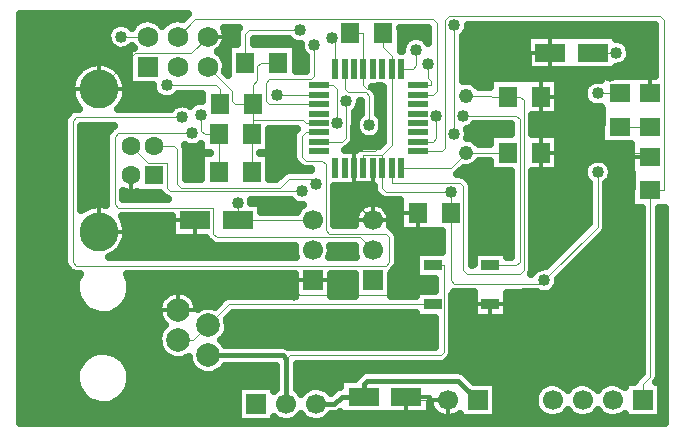
<source format=gbr>
G04 DipTrace 2.4.0.2*
%INTop.gbr*%
%MOIN*%
%ADD14C,0.0039*%
%ADD15C,0.0157*%
%ADD16C,0.025*%
%ADD17C,0.013*%
%ADD20R,0.0669X0.0669*%
%ADD21C,0.0669*%
%ADD22R,0.063X0.0709*%
%ADD23R,0.0709X0.063*%
%ADD24R,0.1024X0.063*%
%ADD26R,0.0689X0.0689*%
%ADD27C,0.0689*%
%ADD29C,0.0787*%
%ADD31R,0.0197X0.0669*%
%ADD32R,0.0669X0.0197*%
%ADD33R,0.0591X0.0354*%
%ADD34R,0.063X0.063*%
%ADD35C,0.063*%
%ADD36C,0.1299*%
%ADD37C,0.048*%
%ADD38C,0.04*%
%FSLAX44Y44*%
G04*
G70*
G90*
G75*
G01*
%LNTop*%
%LPD*%
X17781Y16140D2*
D14*
Y15692D1*
X17879Y15594D1*
Y15446D1*
X17446D1*
X16293Y17190D2*
Y16718D1*
X16580Y16430D1*
Y15997D1*
X23440Y12539D2*
Y10715D1*
X21665Y8940D1*
X13940Y10940D2*
X11440D1*
X24064Y16524D2*
X23274D1*
X7562Y17065D2*
X8440D1*
X9083Y15435D2*
X10720D1*
X10838Y15317D1*
Y14815D1*
X23440Y15168D2*
X24190D1*
X16580Y15997D2*
Y13438D1*
X16265Y13123D1*
X15635D1*
Y12690D1*
X16265D2*
Y13123D1*
X18543Y11893D2*
X16383D1*
X16265Y12011D1*
Y12690D1*
X18543Y11190D2*
Y11893D1*
X21665Y8940D2*
X21547Y8822D1*
X18661D1*
X18543Y8940D1*
Y11190D1*
X21665Y8940D2*
D3*
X11440Y10940D2*
Y11534D1*
X17393Y16611D2*
Y16115D1*
X17275Y15997D1*
X16895D1*
X9440Y17065D2*
X10018Y17643D1*
X17961D1*
X18079Y17525D1*
Y15249D1*
X17961Y15131D1*
X17446D1*
X11918Y12565D2*
Y13815D1*
X12793Y16190D2*
X12222D1*
X12104Y16072D1*
Y15607D1*
X11940Y15443D1*
Y14815D1*
X11918Y13815D2*
X11940Y13849D1*
Y14268D1*
X13624D1*
X13706Y14186D1*
X14139D1*
X11940Y14815D2*
Y14268D1*
Y14815D2*
X11369D1*
X11251Y14933D1*
Y15254D1*
X10440Y16065D1*
X25190Y15168D2*
Y15643D1*
X25072Y15761D1*
X23854D1*
X13327Y8439D2*
X17322D1*
X17440Y8557D1*
Y11190D1*
X6814Y15302D2*
X8020Y16508D1*
X9883D1*
X10440Y17065D1*
X6814Y10562D2*
X8632D1*
X9010Y10940D1*
X10023D1*
X15940D2*
X15320Y11560D1*
Y12257D1*
X15950D1*
Y12690D1*
X18440Y4940D2*
D3*
X20389Y7486D2*
X19987D1*
X19869Y7604D1*
Y8141D1*
X25179Y13043D2*
X24025D1*
X23907Y12924D1*
Y7604D1*
X23789Y7486D1*
X20389D1*
X25190Y13043D2*
X25031Y13190D1*
X21543D2*
X25031D1*
X21543Y15065D2*
Y13190D1*
X21856Y16524D2*
X21208D1*
Y15853D1*
X21543Y15518D1*
Y15065D1*
X23854Y15761D2*
X21975D1*
X21856Y15879D1*
Y16524D1*
X15320Y12257D2*
Y12690D1*
X17440Y11190D2*
X16734D1*
X16484Y10940D1*
X15940D1*
X15635Y15997D2*
Y17190D1*
X15190D1*
X15320Y12690D2*
Y13123D1*
X15438Y13241D1*
X16015D1*
X16134Y13359D1*
Y15215D1*
X16015Y15333D1*
X15753D1*
X15635Y15451D1*
Y15997D1*
X17065Y5065D2*
D3*
X18440Y4940D2*
X18420Y4960D1*
X17065D1*
Y5065D1*
X19065Y15090D2*
X19885D1*
X19910Y15065D1*
X20440D1*
X20854D1*
X20972Y14947D1*
Y9283D1*
X20854Y9165D1*
X19074D1*
X18956Y9283D1*
Y12073D1*
X18838Y12191D1*
X16580D1*
Y12690D1*
X10221Y14448D2*
Y13933D1*
X10340Y13815D1*
X10815D1*
Y12565D1*
X9585Y14374D2*
X6066D1*
X5948Y14256D1*
Y9546D1*
X6066Y9428D1*
X16373D1*
X16491Y9546D1*
Y10373D1*
X16373Y10491D1*
X14491D1*
X14373Y10609D1*
Y12808D1*
X14255Y12926D1*
X13706D1*
X13588Y13044D1*
Y13753D1*
X13706Y13871D1*
X14139D1*
X13573Y11908D2*
X9200D1*
X9082Y12026D1*
Y12854D1*
X8452D1*
X7881Y13424D1*
X14052Y12157D2*
X13885Y12324D1*
X13147D1*
X12849Y12026D1*
X9543D1*
X9425Y12144D1*
Y13306D1*
X9307Y13424D1*
X8669D1*
X14752Y14170D2*
Y15328D1*
X14634Y15446D1*
X14139D1*
X15051Y14917D2*
Y13674D1*
X14933Y13556D1*
X14139D1*
X20440Y13190D2*
X19065D1*
X18565Y12690D1*
X16895D1*
X13521Y17270D2*
X11808D1*
X11690Y17152D1*
Y16190D1*
X18656Y13827D2*
Y17444D1*
X15835Y14106D2*
Y15097D1*
X15717Y15215D1*
X15123D1*
X15005Y15333D1*
Y15997D1*
X14596Y17027D2*
X14690Y16933D1*
Y15997D1*
X24940Y4940D2*
Y5484D1*
X25190Y5734D1*
Y11940D1*
X25643D1*
Y17624D1*
X25525Y17742D1*
X18476D1*
X18358Y17624D1*
Y13359D1*
X18240Y13241D1*
X17446D1*
X12770Y15131D2*
X14139D1*
X9923Y13838D2*
X7468D1*
X7350Y13720D1*
Y11472D1*
X7468Y11354D1*
X10633D1*
Y10491D1*
X10751Y10373D1*
X15507D1*
X15940Y9940D1*
X18059Y14424D2*
Y13674D1*
X17941Y13556D1*
X17446D1*
X18955Y14424D2*
X20735D1*
X20854Y14306D1*
Y9558D1*
X20735Y9440D1*
X19869D1*
X9460Y6940D2*
X9960D1*
X10460Y7440D1*
X11161Y8141D1*
X17940D1*
X14000Y16791D2*
Y15761D1*
X13882Y15643D1*
X12497D1*
X12379Y15525D1*
Y14934D1*
X12497Y14816D1*
X14139D1*
X14065Y4815D2*
D15*
X14669D1*
X14919Y5065D1*
X15648D1*
Y5479D1*
X15766Y5597D1*
X18784D1*
X19440Y4940D1*
X13065Y4815D2*
Y6322D1*
D14*
X13183Y6440D1*
X18216D1*
X18315Y6540D1*
Y9440D1*
X17940D1*
X13065Y6322D2*
D15*
X12947Y6440D1*
X10460D1*
X24190Y14065D2*
D14*
X24643D1*
X25190D1*
D38*
X17781Y16140D3*
X11440Y11534D3*
X24064Y16524D3*
X21665Y8940D3*
X7562Y17065D3*
X9083Y15435D3*
X23440Y15168D3*
X18543Y11893D3*
X23440Y12539D3*
X17393Y16611D3*
X13327Y8439D3*
X23854Y15761D3*
X20389Y7486D3*
X10221Y14448D3*
X9585Y14374D3*
X13573Y11908D3*
X14052Y12157D3*
X14752Y14170D3*
X15051Y14917D3*
X13521Y17270D3*
X18656Y17444D3*
Y13827D3*
X15835Y14106D3*
X14596Y17027D3*
X12770Y15131D3*
X9923Y13838D3*
X14000Y16791D3*
X18059Y14424D3*
X18955D3*
X4215Y17566D2*
D16*
X8069D1*
X8811D2*
X9069D1*
X4215Y17318D2*
X7148D1*
X11018D2*
X11433D1*
X16897D2*
X17769D1*
X19127D2*
X25335D1*
X4215Y17069D2*
X7073D1*
X11073D2*
X11382D1*
X16897D2*
X17292D1*
X17493D2*
X17769D1*
X18967D2*
X21054D1*
X24076D2*
X25335D1*
X4215Y16820D2*
X7144D1*
X11022D2*
X11382D1*
X11998D2*
X13378D1*
X18967D2*
X21054D1*
X24448D2*
X25335D1*
X4215Y16572D2*
X7808D1*
X10823D2*
X11085D1*
X13397D2*
X13566D1*
X18967D2*
X21054D1*
X24553D2*
X25335D1*
X4215Y16323D2*
X7808D1*
X13397D2*
X13691D1*
X18967D2*
X21054D1*
X24510D2*
X25335D1*
X4215Y16074D2*
X6300D1*
X7330D2*
X7808D1*
X13397D2*
X13691D1*
X18967D2*
X21054D1*
X24209D2*
X25335D1*
X4215Y15826D2*
X6038D1*
X7588D2*
X7808D1*
X18967D2*
X25335D1*
X4215Y15577D2*
X5917D1*
X7713D2*
X7808D1*
X19225D2*
X19835D1*
X22147D2*
X23194D1*
X4215Y15328D2*
X5874D1*
X7752D2*
X8605D1*
X16030D2*
X16269D1*
X22147D2*
X22980D1*
X4215Y15080D2*
X5901D1*
X7725D2*
X8757D1*
X9409D2*
X10234D1*
X16143D2*
X16269D1*
X22147D2*
X22960D1*
X4215Y14831D2*
X6007D1*
X7623D2*
X9476D1*
X9694D2*
X9933D1*
X16143D2*
X16269D1*
X22147D2*
X23093D1*
X4215Y14582D2*
X5847D1*
X15397D2*
X15525D1*
X16143D2*
X16269D1*
X22147D2*
X23546D1*
X4215Y14334D2*
X5648D1*
X21280D2*
X23546D1*
X4215Y14085D2*
X5640D1*
X6256D2*
X7300D1*
X19299D2*
X20546D1*
X21280D2*
X23546D1*
X4215Y13836D2*
X5640D1*
X6256D2*
X7066D1*
X12522D2*
X13292D1*
X19147D2*
X20546D1*
X21280D2*
X23546D1*
X4215Y13587D2*
X5640D1*
X6256D2*
X7038D1*
X12522D2*
X13276D1*
X15346D2*
X16269D1*
X19401D2*
X19835D1*
X22147D2*
X23546D1*
X4215Y13339D2*
X5640D1*
X6256D2*
X7038D1*
X9733D2*
X10210D1*
X12522D2*
X13276D1*
X15143D2*
X15425D1*
X22147D2*
X24546D1*
X4215Y13090D2*
X5640D1*
X6256D2*
X7038D1*
X9733D2*
X10210D1*
X12522D2*
X13276D1*
X22147D2*
X24546D1*
X4215Y12841D2*
X5640D1*
X6256D2*
X7038D1*
X9733D2*
X10210D1*
X12522D2*
X13362D1*
X19455D2*
X19835D1*
X22147D2*
X23062D1*
X23819D2*
X24546D1*
X4215Y12593D2*
X5640D1*
X6256D2*
X7038D1*
X9733D2*
X10210D1*
X12522D2*
X13026D1*
X18897D2*
X19835D1*
X22147D2*
X22952D1*
X23928D2*
X24546D1*
X4215Y12344D2*
X5640D1*
X6256D2*
X7038D1*
X9733D2*
X10210D1*
X12522D2*
X12741D1*
X19112D2*
X20546D1*
X21280D2*
X22991D1*
X23889D2*
X24546D1*
X4215Y12095D2*
X5640D1*
X6256D2*
X7038D1*
X19264D2*
X20546D1*
X21280D2*
X23132D1*
X23748D2*
X24546D1*
X4215Y11847D2*
X5640D1*
X6256D2*
X7038D1*
X7659D2*
X8835D1*
X14682D2*
X16007D1*
X19264D2*
X20546D1*
X21280D2*
X23132D1*
X23748D2*
X24546D1*
X4215Y11598D2*
X5640D1*
X6256D2*
X7038D1*
X11924D2*
X13202D1*
X14682D2*
X16835D1*
X19264D2*
X20546D1*
X21280D2*
X23132D1*
X23748D2*
X24546D1*
X4215Y11349D2*
X5640D1*
X12241D2*
X13476D1*
X14682D2*
X15476D1*
X16405D2*
X16835D1*
X19264D2*
X20546D1*
X21280D2*
X23132D1*
X23748D2*
X24882D1*
X25498D2*
X25667D1*
X4215Y11101D2*
X5640D1*
X14682D2*
X15339D1*
X16541D2*
X16835D1*
X19264D2*
X20546D1*
X21280D2*
X23132D1*
X23748D2*
X24882D1*
X25498D2*
X25667D1*
X4215Y10852D2*
X5640D1*
X7705D2*
X9222D1*
X14682D2*
X15323D1*
X16557D2*
X16835D1*
X19264D2*
X20546D1*
X21280D2*
X23132D1*
X23748D2*
X24882D1*
X25498D2*
X25667D1*
X4215Y10603D2*
X5640D1*
X7752D2*
X9222D1*
X16690D2*
X16835D1*
X19264D2*
X20546D1*
X21280D2*
X22901D1*
X23725D2*
X24882D1*
X25498D2*
X25667D1*
X4215Y10355D2*
X5640D1*
X7729D2*
X10359D1*
X16799D2*
X18234D1*
X19264D2*
X20546D1*
X21280D2*
X22651D1*
X23506D2*
X24882D1*
X25498D2*
X25667D1*
X4215Y10106D2*
X5640D1*
X7631D2*
X10628D1*
X16799D2*
X18234D1*
X19264D2*
X20546D1*
X21280D2*
X22405D1*
X23260D2*
X24882D1*
X25498D2*
X25667D1*
X4215Y9857D2*
X5640D1*
X7420D2*
X13323D1*
X14557D2*
X15323D1*
X16799D2*
X17355D1*
X20455D2*
X20546D1*
X21280D2*
X22155D1*
X23010D2*
X24882D1*
X25498D2*
X25667D1*
X4215Y9608D2*
X5640D1*
X16799D2*
X17355D1*
X21280D2*
X21905D1*
X22760D2*
X24882D1*
X25498D2*
X25667D1*
X4215Y9360D2*
X5710D1*
X16733D2*
X17355D1*
X21280D2*
X21441D1*
X22514D2*
X24882D1*
X25498D2*
X25667D1*
X4215Y9111D2*
X6136D1*
X7787D2*
X13316D1*
X14565D2*
X15316D1*
X16565D2*
X17355D1*
X22264D2*
X24882D1*
X25498D2*
X25667D1*
X4215Y8862D2*
X6046D1*
X7873D2*
X13316D1*
X14565D2*
X15316D1*
X16565D2*
X18007D1*
X22147D2*
X24882D1*
X25498D2*
X25667D1*
X4215Y8614D2*
X6034D1*
X7885D2*
X13316D1*
X14565D2*
X15316D1*
X16565D2*
X18007D1*
X22022D2*
X24882D1*
X25498D2*
X25667D1*
X4215Y8365D2*
X6089D1*
X7830D2*
X8933D1*
X9987D2*
X10960D1*
X18623D2*
X19284D1*
X20455D2*
X24882D1*
X25498D2*
X25667D1*
X4215Y8116D2*
X6237D1*
X7686D2*
X8800D1*
X10119D2*
X10710D1*
X18623D2*
X19284D1*
X20455D2*
X24882D1*
X25498D2*
X25667D1*
X4215Y7868D2*
X6558D1*
X7362D2*
X8780D1*
X18623D2*
X19284D1*
X20455D2*
X24882D1*
X25498D2*
X25667D1*
X4215Y7619D2*
X8859D1*
X11119D2*
X18007D1*
X18623D2*
X24882D1*
X25498D2*
X25667D1*
X4215Y7370D2*
X8937D1*
X11139D2*
X18007D1*
X18623D2*
X24882D1*
X25498D2*
X25667D1*
X4215Y7122D2*
X8800D1*
X11061D2*
X18007D1*
X18623D2*
X24882D1*
X25498D2*
X25667D1*
X4215Y6873D2*
X8780D1*
X10983D2*
X18007D1*
X18623D2*
X24882D1*
X25498D2*
X25667D1*
X4215Y6624D2*
X8859D1*
X18623D2*
X24882D1*
X25498D2*
X25667D1*
X4215Y6376D2*
X6347D1*
X7576D2*
X9097D1*
X18573D2*
X24882D1*
X25498D2*
X25667D1*
X4215Y6127D2*
X6144D1*
X7776D2*
X9855D1*
X13432D2*
X24882D1*
X25498D2*
X25667D1*
X4215Y5878D2*
X6050D1*
X7869D2*
X10093D1*
X10826D2*
X12698D1*
X13432D2*
X15542D1*
X19006D2*
X24882D1*
X25498D2*
X25667D1*
X4215Y5629D2*
X6034D1*
X7889D2*
X12698D1*
X13432D2*
X14847D1*
X19260D2*
X24671D1*
X25479D2*
X25667D1*
X4215Y5381D2*
X6085D1*
X7834D2*
X11441D1*
X13432D2*
X13843D1*
X14287D2*
X14757D1*
X20065D2*
X21507D1*
X22373D2*
X22510D1*
X23373D2*
X23510D1*
X25565D2*
X25667D1*
X4215Y5132D2*
X6222D1*
X7698D2*
X11441D1*
X20065D2*
X21347D1*
X25565D2*
X25667D1*
X4215Y4883D2*
X6526D1*
X7393D2*
X11441D1*
X20065D2*
X21319D1*
X25565D2*
X25667D1*
X4215Y4635D2*
X11441D1*
X20065D2*
X21398D1*
X25565D2*
X25667D1*
X4215Y4386D2*
X11441D1*
X13510D2*
X13624D1*
X14510D2*
X18187D1*
X18694D2*
X18816D1*
X20065D2*
X21687D1*
X22194D2*
X22687D1*
X23194D2*
X23687D1*
X24194D2*
X24316D1*
X25565D2*
X25667D1*
X24466Y5540D2*
X24665D1*
X24667Y5563D1*
X24739Y5686D1*
X24906Y5859D1*
Y11363D1*
X24571Y11360D1*
X24575Y12520D1*
X24571Y12538D1*
Y13489D1*
X24309Y13485D1*
X23571D1*
X23575Y14645D1*
X23571Y14588D1*
Y14724D1*
X23420Y14703D1*
X23298Y14725D1*
X23185Y14779D1*
X23091Y14860D1*
X23022Y14964D1*
X22983Y15082D1*
X22977Y15207D1*
X23004Y15329D1*
X23062Y15439D1*
X23148Y15529D1*
X23255Y15594D1*
X23374Y15628D1*
X23499Y15629D1*
X23571Y15610D1*
Y15747D1*
X24809Y15743D1*
X24921Y15747D1*
X25359D1*
X25358Y17460D1*
X22775Y17458D1*
X19122D1*
X19105Y17320D1*
X19056Y17206D1*
X18978Y17108D1*
X18943Y17083D1*
X18941Y16194D1*
Y15580D1*
X19061Y15595D1*
X19185Y15581D1*
X19301Y15537D1*
X19403Y15465D1*
X19482Y15374D1*
X19861Y15375D1*
X19860Y15684D1*
X21020Y15681D1*
X21038Y15684D1*
X22122D1*
Y14446D1*
X21256D1*
Y13810D1*
X22122Y13809D1*
Y12571D1*
X21256D1*
Y9283D1*
X21227Y9159D1*
X21234Y9174D1*
X21288Y9211D1*
X21373Y9302D1*
X21480Y9366D1*
X21600Y9400D1*
X21729Y9407D1*
X23156Y10840D1*
Y12172D1*
X23091Y12231D1*
X23022Y12335D1*
X22983Y12454D1*
X22977Y12578D1*
X23004Y12700D1*
X23062Y12810D1*
X23148Y12900D1*
X23255Y12965D1*
X23374Y12999D1*
X23499Y13000D1*
X23619Y12968D1*
X23727Y12905D1*
X23814Y12815D1*
X23874Y12706D1*
X23905Y12539D1*
X23888Y12415D1*
X23839Y12300D1*
X23762Y12203D1*
X23727Y12178D1*
X23725Y11289D1*
Y10715D1*
X23695Y10591D1*
X23714Y10637D1*
X23641Y10514D1*
X22125Y8997D1*
X22130Y8940D1*
X22114Y8817D1*
X22065Y8702D1*
X21987Y8605D1*
X21886Y8531D1*
X21770Y8487D1*
X21646Y8476D1*
X21523Y8498D1*
X21422Y8537D1*
X20429Y8533D1*
Y7699D1*
X19309D1*
Y8537D1*
X18660Y8538D1*
X18600Y8440D1*
Y6540D1*
X18570Y6415D1*
X18516Y6338D1*
X18417Y6239D1*
X18341Y6185D1*
X18235Y6156D1*
X13407D1*
X13409Y5303D1*
X13455Y5271D1*
X13541Y5180D1*
X13563Y5143D1*
X13656Y5253D1*
X13756Y5329D1*
X13868Y5382D1*
X13990Y5410D1*
X14115Y5413D1*
X14237Y5389D1*
X14352Y5341D1*
X14455Y5271D1*
X14543Y5177D1*
X14676Y5308D1*
X14783Y5380D1*
X14843Y5400D1*
X14871Y5485D1*
Y5645D1*
X15344D1*
X15484Y5800D1*
X15613Y5904D1*
X15722Y5937D1*
X15891Y5940D1*
X18784D1*
X18906Y5918D1*
X19027Y5840D1*
X19328Y5539D1*
X20040Y5540D1*
Y4341D1*
X18841D1*
Y4493D1*
X18742Y4422D1*
X18629Y4371D1*
X18507Y4344D1*
X18382Y4343D1*
X18260Y4368D1*
X18145Y4418D1*
X18044Y4490D1*
X17959Y4582D1*
X17895Y4690D1*
X17855Y4808D1*
X17842Y4895D1*
Y4485D1*
X14871D1*
Y4536D1*
X14748Y4481D1*
X14556Y4471D1*
X14468Y4371D1*
X14367Y4297D1*
X14254Y4246D1*
X14132Y4219D1*
X14007Y4218D1*
X13885Y4243D1*
X13770Y4293D1*
X13669Y4365D1*
X13566Y4487D1*
X13468Y4371D1*
X13367Y4297D1*
X13254Y4246D1*
X13132Y4219D1*
X13007Y4218D1*
X12885Y4243D1*
X12770Y4293D1*
X12666Y4368D1*
X12665Y4216D1*
X11466D1*
Y5415D1*
X12665D1*
Y5262D1*
X12721Y5315D1*
Y6100D1*
X12322Y6096D1*
X11021D1*
X10938Y5987D1*
X10844Y5905D1*
X10736Y5842D1*
X10618Y5801D1*
X10494Y5782D1*
X10370Y5788D1*
X10248Y5816D1*
X10134Y5868D1*
X10032Y5939D1*
X9945Y6029D1*
X9877Y6133D1*
X9830Y6249D1*
X9805Y6383D1*
X9736Y6342D1*
X9618Y6301D1*
X9494Y6282D1*
X9370Y6288D1*
X9248Y6316D1*
X9134Y6368D1*
X9032Y6439D1*
X8945Y6529D1*
X8877Y6633D1*
X8830Y6749D1*
X8805Y6871D1*
X8804Y6996D1*
X8826Y7119D1*
X8871Y7235D1*
X8937Y7341D1*
X9032Y7439D1*
X8945Y7529D1*
X8877Y7633D1*
X8830Y7749D1*
X8805Y7871D1*
X8804Y7996D1*
X8826Y8119D1*
X8871Y8235D1*
X8937Y8341D1*
X9022Y8432D1*
X9123Y8506D1*
X9236Y8559D1*
X9357Y8591D1*
X9481Y8598D1*
X9605Y8583D1*
X9724Y8544D1*
X9833Y8483D1*
X9928Y8403D1*
X10007Y8306D1*
X10067Y8196D1*
X10104Y8077D1*
X10116Y8001D1*
X10236Y8059D1*
X10357Y8091D1*
X10481Y8098D1*
X10605Y8083D1*
X10675Y8059D1*
X10959Y8342D1*
X11068Y8409D1*
X11023Y8390D1*
X11161Y8426D1*
X13344D1*
X13341Y8566D1*
Y9143D1*
X7744Y9144D1*
X7812Y8993D1*
X7846Y8873D1*
X7865Y8690D1*
X7856Y8565D1*
X7830Y8443D1*
X7788Y8326D1*
X7730Y8215D1*
X7657Y8114D1*
X7571Y8023D1*
X7473Y7945D1*
X7366Y7882D1*
X7251Y7833D1*
X7130Y7801D1*
X7006Y7786D1*
X6881Y7789D1*
X6758Y7808D1*
X6638Y7844D1*
X6525Y7897D1*
X6420Y7964D1*
X6325Y8046D1*
X6242Y8139D1*
X6173Y8243D1*
X6119Y8356D1*
X6081Y8475D1*
X6060Y8598D1*
X6056Y8723D1*
X6069Y8847D1*
X6099Y8968D1*
X6179Y9142D1*
X6066Y9144D1*
X5942Y9173D1*
X5865Y9227D1*
X5747Y9345D1*
X5685Y9437D1*
X5663Y9546D1*
Y14256D1*
X5693Y14380D1*
X5747Y14457D1*
X5865Y14575D1*
X5957Y14637D1*
X6066Y14659D1*
X6164D1*
X6059Y14787D1*
X5985Y14917D1*
X5933Y15057D1*
X5905Y15204D1*
X5901Y15354D1*
X5922Y15503D1*
X5967Y15646D1*
X6034Y15779D1*
X6122Y15900D1*
X6229Y16005D1*
X6352Y16091D1*
X6487Y16156D1*
X6631Y16198D1*
X6780Y16216D1*
X6929Y16210D1*
X7076Y16179D1*
X7215Y16124D1*
X7344Y16048D1*
X7459Y15951D1*
X7556Y15837D1*
X7633Y15709D1*
X7689Y15570D1*
X7721Y15423D1*
X7728Y15277D1*
X7712Y15128D1*
X7672Y14984D1*
X7608Y14848D1*
X7523Y14725D1*
X7463Y14658D1*
X9218Y14659D1*
X9292Y14736D1*
X9399Y14800D1*
X9519Y14834D1*
X9643Y14835D1*
X9764Y14803D1*
X9861Y14746D1*
X9929Y14810D1*
X10036Y14875D1*
X10156Y14908D1*
X10261Y14909D1*
X10258Y15153D1*
X9450Y15150D1*
X9405Y15099D1*
X9304Y15026D1*
X9187Y14982D1*
X9063Y14970D1*
X8941Y14992D1*
X8828Y15046D1*
X8734Y15128D1*
X8665Y15231D1*
X8626Y15350D1*
X8621Y15455D1*
X7831Y15456D1*
Y16675D1*
X7975D1*
X7913Y16764D1*
X7884Y16730D1*
X7783Y16656D1*
X7667Y16612D1*
X7543Y16601D1*
X7420Y16623D1*
X7307Y16676D1*
X7213Y16758D1*
X7144Y16862D1*
X7105Y16980D1*
X7099Y17105D1*
X7126Y17226D1*
X7184Y17336D1*
X7270Y17427D1*
X7377Y17491D1*
X7497Y17525D1*
X7621Y17526D1*
X7742Y17494D1*
X7849Y17431D1*
X7911Y17367D1*
X7997Y17483D1*
X8091Y17565D1*
X8200Y17625D1*
X8319Y17662D1*
X8443Y17675D1*
X8567Y17661D1*
X8686Y17623D1*
X8795Y17561D1*
X8888Y17478D1*
X8937Y17413D1*
X8997Y17483D1*
X9091Y17565D1*
X9200Y17625D1*
X9319Y17662D1*
X9443Y17675D1*
X9567Y17661D1*
X9616Y17646D1*
X9789Y17816D1*
X4190Y17815D1*
Y4190D1*
X25690D1*
X25684Y11360D1*
X25477D1*
X25475Y10315D1*
Y5734D1*
X25445Y5610D1*
X25464Y5656D1*
X25401Y5543D1*
X25540Y5540D1*
Y4341D1*
X24341D1*
Y4493D1*
X24242Y4422D1*
X24129Y4371D1*
X24007Y4344D1*
X23882Y4343D1*
X23760Y4368D1*
X23645Y4418D1*
X23544Y4490D1*
X23441Y4612D1*
X23343Y4496D1*
X23242Y4422D1*
X23129Y4371D1*
X23007Y4344D1*
X22882Y4343D1*
X22760Y4368D1*
X22645Y4418D1*
X22544Y4490D1*
X22441Y4612D1*
X22343Y4496D1*
X22242Y4422D1*
X22129Y4371D1*
X22007Y4344D1*
X21882Y4343D1*
X21760Y4368D1*
X21645Y4418D1*
X21544Y4490D1*
X21459Y4582D1*
X21395Y4690D1*
X21355Y4808D1*
X21341Y4932D1*
X21352Y5056D1*
X21389Y5175D1*
X21449Y5284D1*
X21531Y5378D1*
X21631Y5454D1*
X21743Y5507D1*
X21865Y5535D1*
X21990Y5538D1*
X22112Y5514D1*
X22227Y5466D1*
X22330Y5396D1*
X22416Y5305D1*
X22438Y5268D1*
X22531Y5378D1*
X22631Y5454D1*
X22743Y5507D1*
X22865Y5535D1*
X22990Y5538D1*
X23112Y5514D1*
X23227Y5466D1*
X23330Y5396D1*
X23416Y5305D1*
X23438Y5268D1*
X23531Y5378D1*
X23631Y5454D1*
X23743Y5507D1*
X23865Y5535D1*
X23990Y5538D1*
X24112Y5514D1*
X24227Y5466D1*
X24338Y5387D1*
X24341Y5540D1*
X24466D1*
X19985Y13809D2*
X20567D1*
X20569Y14140D1*
X19325Y14139D1*
X19276Y14088D1*
X19176Y14015D1*
X19092Y13983D1*
X19121Y13827D1*
X19100Y13693D1*
X19185Y13681D1*
X19301Y13637D1*
X19403Y13565D1*
X19482Y13474D1*
X19858Y13475D1*
X19860Y13809D1*
X19985D1*
X20571Y12571D2*
X19860D1*
Y12903D1*
X19483Y12906D1*
X19437Y12849D1*
X19342Y12768D1*
X19230Y12713D1*
X19108Y12687D1*
X18972Y12695D1*
X18763Y12487D1*
X18959Y12449D1*
X19039Y12393D1*
X19157Y12274D1*
X19219Y12183D1*
X19241Y12073D1*
Y9452D1*
X19309Y9498D1*
Y9882D1*
X20429D1*
Y9722D1*
X20569Y9725D1*
Y12570D1*
X16872Y17360D2*
Y16596D1*
X16926Y16597D1*
X16957Y16772D1*
X17016Y16882D1*
X17101Y16972D1*
X17208Y17037D1*
X17328Y17071D1*
X17452Y17072D1*
X17573Y17040D1*
X17680Y16977D1*
X17767Y16887D1*
X17795Y16836D1*
Y17355D1*
X17086Y17358D1*
X16871D1*
X11902Y11520D2*
X12217D1*
Y11227D1*
X13413Y11225D1*
X13449Y11284D1*
X13531Y11378D1*
X13621Y11447D1*
X13554Y11443D1*
X13431Y11465D1*
X13318Y11519D1*
X13209Y11623D1*
X11897D1*
X11904Y11522D1*
X10380Y10360D2*
X9246D1*
Y11069D1*
X7574D1*
X7644Y10946D1*
X7696Y10805D1*
X7724Y10658D1*
X7727Y10512D1*
X7707Y10364D1*
X7663Y10221D1*
X7595Y10087D1*
X7507Y9966D1*
X7401Y9860D1*
X7278Y9774D1*
X7153Y9713D1*
X13383D1*
X13355Y9808D1*
X13341Y9932D1*
X13362Y10089D1*
X10751D1*
X10627Y10118D1*
X10550Y10172D1*
X10430Y10293D1*
X10383Y10357D1*
X11235Y16809D2*
X11406Y16815D1*
Y17152D1*
X11435Y17276D1*
X11496Y17360D1*
X10975Y17357D1*
X11023Y17242D1*
X11047Y17119D1*
X11045Y16990D1*
X11017Y16869D1*
X10965Y16755D1*
X10891Y16655D1*
X10798Y16572D1*
X10788Y16565D1*
X10888Y16478D1*
X10963Y16378D1*
X11016Y16265D1*
X11044Y16144D1*
X11050Y16065D1*
X11037Y15941D1*
X11019Y15885D1*
X11108Y15800D1*
X11110Y16809D1*
X11235D1*
X11974D2*
X12270Y16806D1*
X12213Y16809D1*
X13372D1*
Y15928D1*
X13712D1*
X13715Y16421D1*
X13651Y16484D1*
X13582Y16588D1*
X13543Y16706D1*
X13538Y16803D1*
X13379Y16827D1*
X13266Y16881D1*
X13157Y16985D1*
X11978D1*
X11975Y16812D1*
X10532Y13196D2*
X10235D1*
Y13497D1*
X10144Y13429D1*
X10027Y13385D1*
X9903Y13373D1*
X9781Y13395D1*
X9674Y13444D1*
X9709Y13306D1*
Y12310D1*
X10234Y12311D1*
X10235Y13184D1*
X10531Y13190D1*
Y13194D1*
X12497Y13985D2*
Y13196D1*
X12202Y13190D1*
X12213Y13184D1*
X12497D1*
Y12313D1*
X12734Y12311D1*
X12946Y12526D1*
X13055Y12593D1*
X13009Y12573D1*
X13147Y12609D1*
X13889Y12608D1*
X13880Y12642D1*
X13706D1*
X13582Y12671D1*
X13505Y12725D1*
X13387Y12843D1*
X13325Y12935D1*
X13303Y13044D1*
Y13753D1*
X13333Y13877D1*
X13387Y13954D1*
X13414Y13981D1*
X12495Y13983D1*
X18020Y10571D2*
X16860D1*
Y11609D1*
X16383Y11608D1*
X16259Y11638D1*
X16182Y11692D1*
X16064Y11810D1*
X16002Y11902D1*
X15980Y12011D1*
Y12093D1*
X15613Y12091D1*
X14659D1*
X14658Y10773D1*
X15362Y10776D1*
X15342Y10907D1*
X15348Y11031D1*
X15379Y11152D1*
X15435Y11263D1*
X15513Y11361D1*
X15609Y11440D1*
X15720Y11498D1*
X15840Y11531D1*
X15965Y11539D1*
X16088Y11521D1*
X16205Y11478D1*
X16311Y11411D1*
X16400Y11324D1*
X16470Y11221D1*
X16517Y11105D1*
X16538Y10982D1*
X16535Y10865D1*
X16506Y10743D1*
X16574Y10693D1*
X16693Y10574D1*
X16754Y10483D1*
X16776Y10373D1*
Y9546D1*
X16747Y9422D1*
X16693Y9345D1*
X16572Y9225D1*
X16540Y9165D1*
Y8426D1*
X17383D1*
X17380Y8583D1*
X18032D1*
X18031Y8997D1*
X17380Y8998D1*
Y9882D1*
X18259D1*
X18258Y10569D1*
X17963Y10571D1*
Y10575D1*
X21105Y17104D2*
X24051D1*
Y16990D1*
X24123Y16985D1*
X24244Y16953D1*
X24351Y16890D1*
X24438Y16800D1*
X24498Y16691D1*
X24529Y16524D1*
X24513Y16400D1*
X24464Y16286D1*
X24386Y16188D1*
X24285Y16115D1*
X24169Y16071D1*
X24049Y16060D1*
X24051Y15944D1*
X22497Y15948D1*
X22508Y15944D1*
X21080D1*
Y17104D1*
X21105D1*
X14540Y9144D2*
Y8425D1*
X15344Y8426D1*
X15341Y8841D1*
Y9141D1*
X14541Y9144D1*
X14527Y9816D2*
X14494Y9716D1*
X15383Y9713D1*
X15355Y9808D1*
X15341Y9932D1*
X15362Y10089D1*
X14519D1*
X14540Y9940D1*
X14527Y9816D1*
X11107Y7316D2*
X11072Y7196D1*
X11015Y7085D1*
X10938Y6987D1*
X10888Y6943D1*
X11007Y6806D1*
X11020Y6782D1*
X12947Y6784D1*
X13073Y6759D1*
X13027Y6774D1*
X13131Y6730D1*
X13308Y6725D1*
X18031D1*
Y7700D1*
X17380Y7699D1*
Y7859D1*
X16190Y7856D1*
X11273Y7851D1*
X11083Y7661D1*
X11104Y7577D1*
X11118Y7440D1*
X11107Y7316D1*
X7856Y5565D2*
X7830Y5443D1*
X7788Y5326D1*
X7730Y5215D1*
X7657Y5114D1*
X7571Y5023D1*
X7473Y4945D1*
X7366Y4882D1*
X7251Y4833D1*
X7130Y4801D1*
X7006Y4786D1*
X6881Y4789D1*
X6758Y4808D1*
X6638Y4844D1*
X6525Y4897D1*
X6420Y4964D1*
X6325Y5046D1*
X6242Y5139D1*
X6173Y5243D1*
X6119Y5356D1*
X6081Y5475D1*
X6060Y5598D1*
X6056Y5723D1*
X6069Y5847D1*
X6099Y5968D1*
X6146Y6084D1*
X6208Y6193D1*
X6284Y6291D1*
X6373Y6379D1*
X6474Y6453D1*
X6584Y6513D1*
X6700Y6557D1*
X6822Y6584D1*
X6947Y6595D1*
X7071Y6588D1*
X7194Y6564D1*
X7312Y6523D1*
X7424Y6467D1*
X7526Y6396D1*
X7618Y6311D1*
X7697Y6214D1*
X7762Y6108D1*
X7812Y5993D1*
X7846Y5873D1*
X7865Y5690D1*
X7856Y5565D1*
X15031Y13290D2*
X15054Y13286D1*
X15107Y13290D1*
X15404D1*
X15497Y13372D1*
X15635Y13408D1*
X16152Y13413D1*
X16295Y13563D1*
Y14044D1*
X16283Y13983D1*
X16234Y13868D1*
X16157Y13771D1*
X16056Y13697D1*
X15939Y13653D1*
X15815Y13642D1*
X15693Y13664D1*
X15580Y13717D1*
X15486Y13799D1*
X15417Y13903D1*
X15378Y14021D1*
X15372Y14146D1*
X15399Y14267D1*
X15457Y14377D1*
X15553Y14474D1*
X15550Y14931D1*
X15516Y14917D1*
X15499Y14793D1*
X15450Y14678D1*
X15372Y14581D1*
X15338Y14556D1*
X15335Y13674D1*
X15306Y13550D1*
X15252Y13473D1*
X15134Y13355D1*
X15039Y13293D1*
X15067Y13306D1*
X15142Y13290D1*
X15368Y13286D1*
X15401Y13290D1*
X15453Y13342D1*
X15568Y13399D1*
X8854Y11860D2*
X8089D1*
X8087Y11898D1*
X7967Y11867D1*
X7842Y11862D1*
X7719Y11883D1*
X7634Y11916D1*
Y11638D1*
X9112D1*
X8999Y11707D1*
X8879Y11828D1*
X6232Y11268D2*
X6352Y11351D1*
X6487Y11416D1*
X6631Y11458D1*
X6780Y11476D1*
X6929Y11469D1*
X7066Y11441D1*
X7065Y13720D1*
X7094Y13844D1*
X7148Y13921D1*
X7269Y14041D1*
X7335Y14089D1*
X6229D1*
X6233Y13381D1*
Y11268D1*
X16120Y14972D2*
X16122Y14472D1*
X16209Y14383D1*
X16269Y14274D1*
X16295Y14164D1*
X16296Y15398D1*
X16217Y15402D1*
X15937Y15398D1*
X15948D1*
X15935Y15399D1*
X16036Y15298D1*
X16098Y15206D1*
X16120Y15097D1*
Y14972D1*
X21543Y13809D2*
D17*
Y12571D1*
Y13190D2*
X22122D1*
X21543Y15684D2*
Y14446D1*
Y15065D2*
X22122D1*
X10023Y10940D2*
Y10361D1*
X9247Y10940D2*
X10023D1*
X17440Y11190D2*
Y10571D1*
X16861Y11190D2*
X17440D1*
X21856Y17103D2*
Y15944D1*
X21080Y16524D2*
X21856D1*
X17065Y5065D2*
Y4486D1*
Y5065D2*
X17841D1*
X10440Y17065D2*
X11049D1*
X13341Y8940D2*
X14539D1*
X15940Y11539D2*
Y10940D1*
X15341D2*
X16539D1*
X18440Y4940D2*
Y4341D1*
X17841Y4940D2*
X18440D1*
X24571Y13043D2*
X25190D1*
Y15747D2*
Y15168D1*
X9460Y8598D2*
Y7940D1*
X8802D2*
X10118D1*
X15320Y13289D2*
Y12091D1*
X15950Y12690D2*
Y12091D1*
X19869Y8141D2*
Y7699D1*
X19310Y8141D2*
X20429D1*
X7881Y12440D2*
Y11861D1*
X6814Y16216D2*
Y15302D1*
X5900D2*
X7728D1*
X6814Y11476D2*
Y10562D1*
X7728D1*
D20*
X24940Y4940D3*
D21*
X23940D3*
X22940D3*
X21940D3*
D22*
X20440Y13190D3*
X21543D3*
X20440Y15065D3*
X21543D3*
X15190Y17190D3*
X16293D3*
D24*
X11440Y10940D3*
X10023D3*
D22*
X11690Y16190D3*
X12793D3*
X10815Y13815D3*
X11918D3*
X17440Y11190D3*
X18543D3*
D24*
X21856Y16524D3*
X23274D3*
X17065Y5065D3*
X15648D3*
D23*
X24190Y14065D3*
Y15168D3*
D26*
X8440Y16065D3*
D27*
X9440D3*
X10440D3*
Y17065D3*
X9440D3*
X8440D3*
D20*
X13940Y8940D3*
D21*
Y9940D3*
Y10940D3*
D20*
X15940Y8940D3*
D21*
Y9940D3*
Y10940D3*
D20*
X19440Y4940D3*
D21*
X18440D3*
D20*
X12065Y4815D3*
D21*
X13065D3*
X14065D3*
D22*
X10815Y12565D3*
X11918D3*
D23*
X25190Y11940D3*
Y13043D3*
Y14065D3*
Y15168D3*
D22*
X11940Y14815D3*
X10838D3*
D29*
X9460Y7940D3*
X10460Y7440D3*
X9460Y6940D3*
X10460Y6440D3*
D31*
X14690Y12690D3*
X15005D3*
X15320D3*
X15635D3*
X15950D3*
X16265D3*
X16580D3*
X16895D3*
D32*
X17446Y13241D3*
Y13556D3*
Y13871D3*
Y14186D3*
Y14501D3*
Y14816D3*
Y15131D3*
Y15446D3*
D31*
X16895Y15997D3*
X16580D3*
X16265D3*
X15950D3*
X15635D3*
X15320D3*
X15005D3*
X14690D3*
D32*
X14139Y15446D3*
Y15131D3*
Y14816D3*
Y14501D3*
Y14186D3*
Y13871D3*
Y13556D3*
Y13241D3*
D33*
X17940Y9440D3*
Y8141D3*
X19869D3*
Y9440D3*
D34*
X8669Y12440D3*
D35*
Y13424D3*
X7881D3*
Y12440D3*
D36*
X6814Y15302D3*
Y10562D3*
D37*
X19065Y13190D3*
Y15090D3*
M02*

</source>
